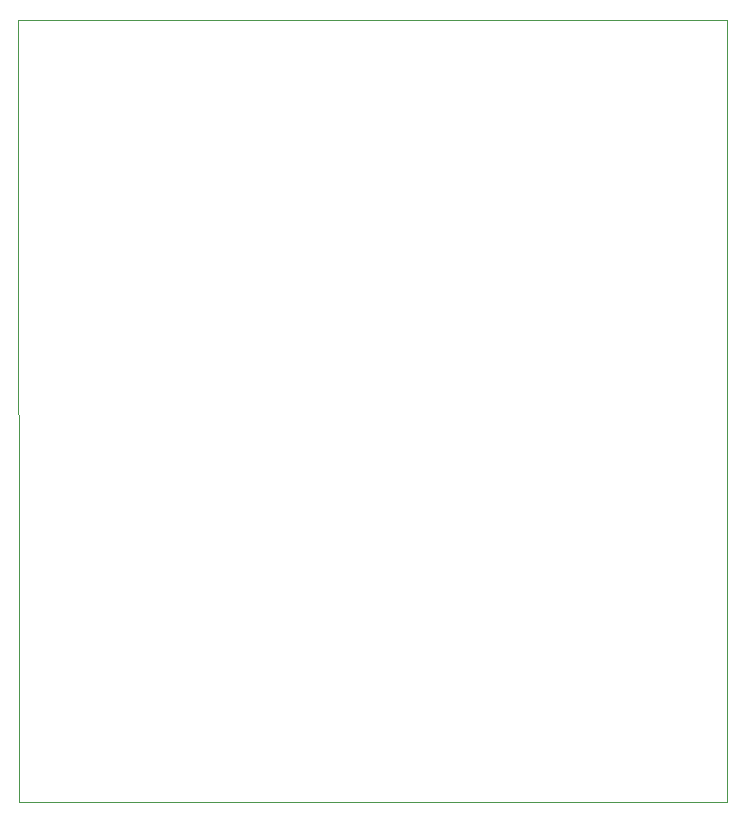
<source format=gm1>
G04 #@! TF.GenerationSoftware,KiCad,Pcbnew,9.0.3*
G04 #@! TF.CreationDate,2025-09-22T20:46:45+01:00*
G04 #@! TF.ProjectId,led_matrix,6c65645f-6d61-4747-9269-782e6b696361,rev?*
G04 #@! TF.SameCoordinates,Original*
G04 #@! TF.FileFunction,Profile,NP*
%FSLAX46Y46*%
G04 Gerber Fmt 4.6, Leading zero omitted, Abs format (unit mm)*
G04 Created by KiCad (PCBNEW 9.0.3) date 2025-09-22 20:46:45*
%MOMM*%
%LPD*%
G01*
G04 APERTURE LIST*
G04 #@! TA.AperFunction,Profile*
%ADD10C,0.038100*%
G04 #@! TD*
G04 APERTURE END LIST*
D10*
X86899999Y-81750000D02*
X86900000Y-148000000D01*
X86900000Y-148000000D02*
X26953093Y-148000000D01*
X26953093Y-148000000D02*
X26848202Y-81750000D01*
X86899999Y-81750000D02*
X26848202Y-81750000D01*
M02*

</source>
